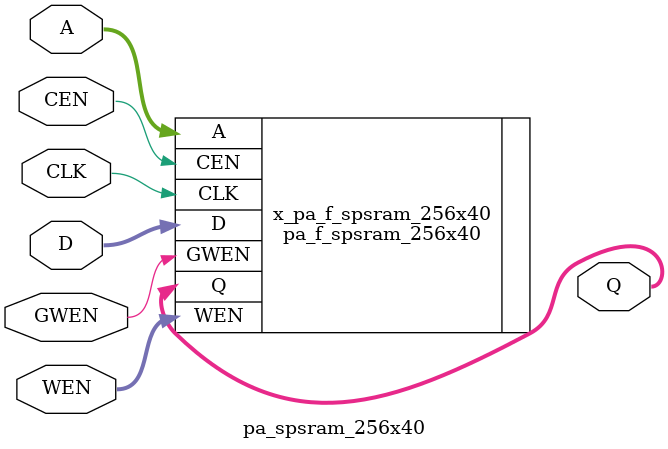
<source format=v>

/*Copyright 2020-2021 T-Head Semiconductor Co., Ltd.

Licensed under the Apache License, Version 2.0 (the "License");
you may not use this file except in compliance with the License.
You may obtain a copy of the License at

    http://www.apache.org/licenses/LICENSE-2.0

Unless required by applicable law or agreed to in writing, software
distributed under the License is distributed on an "AS IS" BASIS,
WITHOUT WARRANTIES OR CONDITIONS OF ANY KIND, either express or implied.
See the License for the specific language governing permissions and
limitations under the License.
*/

// &ModuleBeg; @22
module pa_spsram_256x40(
  A,
  CEN,
  CLK,
  D,
  GWEN,
  Q,
  WEN
);

// &Ports; @23
input   [7 :0]  A;   
input           CEN; 
input           CLK; 
input   [39:0]  D;   
input           GWEN; 
input   [39:0]  WEN; 
output  [39:0]  Q;   

// &Regs; @24

// &Wires; @25
wire    [7 :0]  A;   
wire            CEN; 
wire            CLK; 
wire    [39:0]  D;   
wire            GWEN; 
wire    [39:0]  Q;   
wire    [39:0]  WEN; 


//**********************************************************
//                  Parameter Definition
//**********************************************************
parameter ADDR_WIDTH = 8;
parameter DATA_WIDTH = 40;
parameter WE_WIDTH   = 40;

// &Force("bus","Q",DATA_WIDTH-1,0); @34
// &Force("bus","WEN",WE_WIDTH-1,0); @35
// &Force("bus","A",ADDR_WIDTH-1,0); @36
// &Force("bus","D",DATA_WIDTH-1,0); @37

//  //********************************************************
//  //*                        FPGA memory                   *
//  //********************************************************
//   &Instance("pa_f_spsram_256x40"); @43
pa_f_spsram_256x40  x_pa_f_spsram_256x40 (
  .A    (A   ),
  .CEN  (CEN ),
  .CLK  (CLK ),
  .D    (D   ),
  .GWEN (GWEN),
  .Q    (Q   ),
  .WEN  (WEN )
);

//   &Instance("pa_tsmc_spsram_256x40"); @49

// &ModuleEnd; @65
endmodule



</source>
